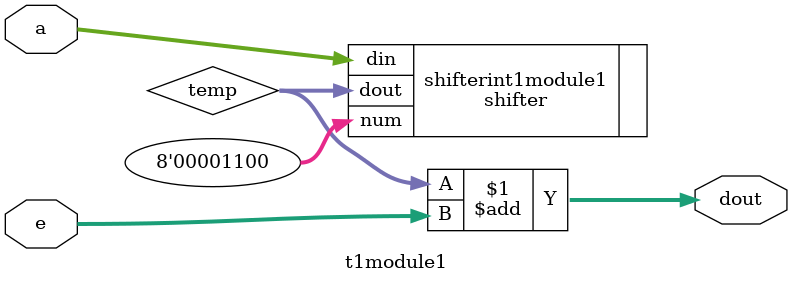
<source format=v>
`timescale 1ns / 1ps
module t1module1 (
    a,
    e,
    dout
);
    input wire[31:0] a;
    input wire[31:0] e;
    output wire[31:0] dout;
    wire[31:0] temp;
    shifter shifterint1module1(
        .din(a),
        .num(8'd12),
        .dout(temp)
    );
    assign dout = temp + e;
endmodule

</source>
